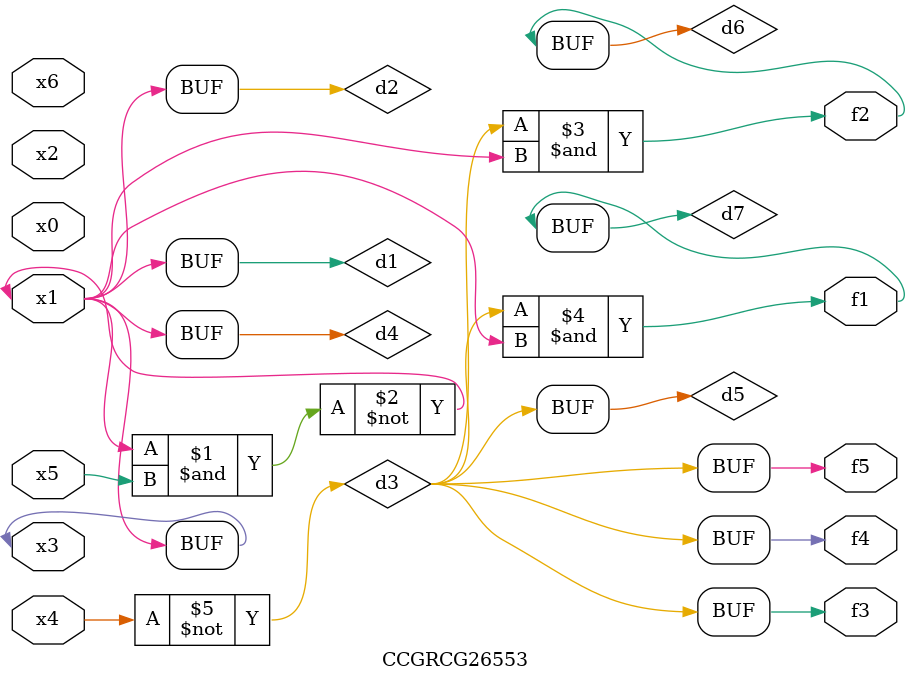
<source format=v>
module CCGRCG26553(
	input x0, x1, x2, x3, x4, x5, x6,
	output f1, f2, f3, f4, f5
);

	wire d1, d2, d3, d4, d5, d6, d7;

	buf (d1, x1, x3);
	nand (d2, x1, x5);
	not (d3, x4);
	buf (d4, d1, d2);
	buf (d5, d3);
	and (d6, d3, d4);
	and (d7, d3, d4);
	assign f1 = d7;
	assign f2 = d6;
	assign f3 = d5;
	assign f4 = d5;
	assign f5 = d5;
endmodule

</source>
